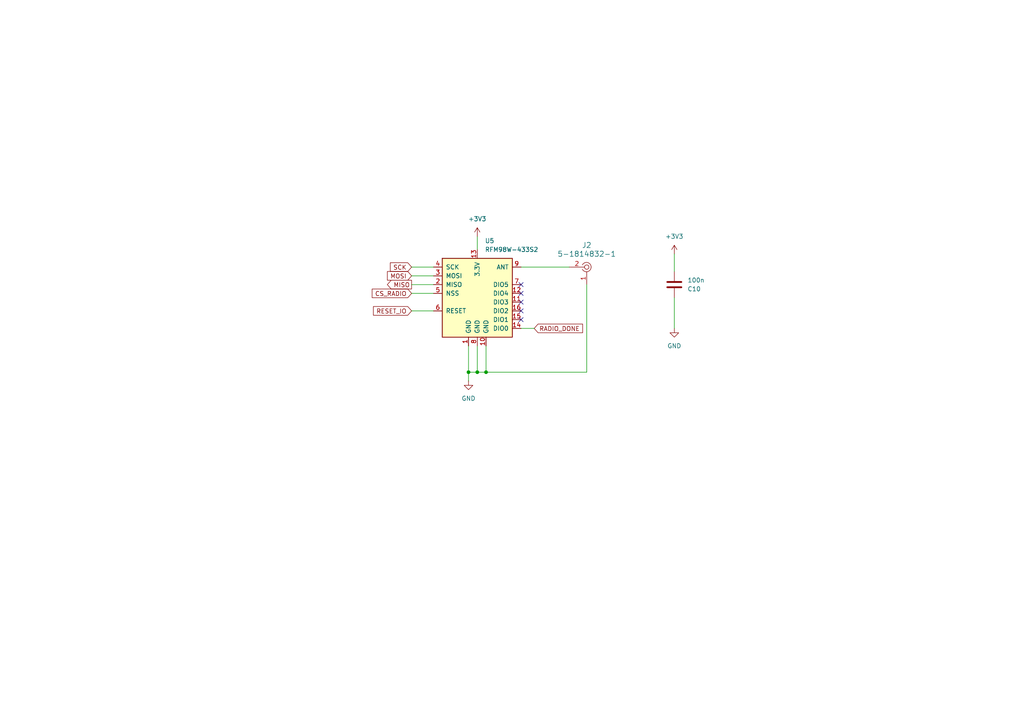
<source format=kicad_sch>
(kicad_sch (version 20231120) (generator "eeschema") (generator_version "8.0")
  (paper "A4")
  (title_block (title "Off-board Controller") (date "2024-07-20"))
  (lib_symbols
    (symbol "Device:C" (pin_numbers hide) (pin_names (offset 0.254))
      (property "Reference" "C" (at 0.635 2.54 0))
      (property "Value" "C" (at 0.635 -2.54 0))
      (symbol "C_0_1"
        (polyline (pts (xy -2.032 -0.762) (xy 2.032 -0.762)) (stroke (width 0.508)))
        (polyline (pts (xy -2.032 0.762) (xy 2.032 0.762)) (stroke (width 0.508)))
      )
      (symbol "C_1_1"
        (pin passive line (at 0 3.81 270) (length 2.794) (name "~") (number "1"))
        (pin passive line (at 0 -3.81 90) (length 2.794) (name "~") (number "2"))
      )
    )
    (symbol "RF_Module:RFM98W-433S2" (pin_names (offset 1.016))
      (property "Reference" "U" (at -10.414 11.684 0))
      (property "Value" "RFM98W-433S2" (at 1.524 11.43 0))
      (symbol "RFM98W-433S2_0_1"
        (rectangle (start -10.16 10.16) (end 10.16 -12.7) (stroke (width 0.254)) (fill (type background)))
      )
      (symbol "RFM98W-433S2_1_1"
        (pin power_in line (at -2.54 -15.24 90) (length 2.54) (name "GND") (number "1"))
        (pin power_in line (at 2.54 -15.24 90) (length 2.54) (name "GND") (number "10"))
        (pin bidirectional line (at 12.7 -2.54 180) (length 2.54) (name "DIO3") (number "11"))
        (pin bidirectional line (at 12.7 0 180) (length 2.54) (name "DIO4") (number "12"))
        (pin power_in line (at 0 12.7 270) (length 2.54) (name "3.3V") (number "13"))
        (pin bidirectional line (at 12.7 -10.16 180) (length 2.54) (name "DIO0") (number "14"))
        (pin bidirectional line (at 12.7 -7.62 180) (length 2.54) (name "DIO1") (number "15"))
        (pin bidirectional line (at 12.7 -5.08 180) (length 2.54) (name "DIO2") (number "16"))
        (pin output line (at -12.7 2.54 0) (length 2.54) (name "MISO") (number "2"))
        (pin input line (at -12.7 5.08 0) (length 2.54) (name "MOSI") (number "3"))
        (pin input line (at -12.7 7.62 0) (length 2.54) (name "SCK") (number "4"))
        (pin input line (at -12.7 0 0) (length 2.54) (name "NSS") (number "5"))
        (pin bidirectional line (at -12.7 -5.08 0) (length 2.54) (name "RESET") (number "6"))
        (pin bidirectional line (at 12.7 2.54 180) (length 2.54) (name "DIO5") (number "7"))
        (pin power_in line (at 0 -15.24 90) (length 2.54) (name "GND") (number "8"))
        (pin bidirectional line (at 12.7 7.62 180) (length 2.54) (name "ANT") (number "9"))
      )
    )
    (symbol "dk_Coaxial-Connectors-RF:5-1814832-1" (pin_names (offset 1.016))
      (property "Reference" "J" (at -2.54 1.27 0))
      (property "Value" "5-1814832-1" (at 1.27 -2.54 0))
      (symbol "5-1814832-1_0_1"
        (arc (start -1.27 0) (mid -0.2651 -1.3081) (end 1.27 -0.635))
        (circle (center 0 0) (radius 0.635))
        (arc (start 1.27 0.635) (mid -0.2496 1.3256) (end -1.27 0))
      )
      (symbol "5-1814832-1_1_1"
        (pin passive line (at 0 -5.08 90) (length 3.683) (name "~") (number "1"))
        (pin passive line (at 5.08 0 180) (length 4.445) (name "~") (number "2"))
      )
    )
    (symbol "power:+3V3" (power) (pin_numbers hide) (pin_names (offset 0) hide)
      (property "Value" "+3V3" (at 0 3.556 0))
      (symbol "+3V3_0_1"
        (polyline (pts (xy -0.762 1.27) (xy 0 2.54)))
        (polyline (pts (xy 0 0) (xy 0 2.54)))
        (polyline (pts (xy 0 2.54) (xy 0.762 1.27)))
      )
      (symbol "+3V3_1_1"
        (pin power_in line (at 0 0 90) (length 0) (name "~") (number "1"))
      )
    )
    (symbol "power:GND" (power) (pin_numbers hide) (pin_names (offset 0) hide)
      (property "Value" "GND" (at 0 -3.81 0))
      (symbol "GND_0_1"
        (polyline (pts (xy 0 0) (xy 0 -1.27) (xy 1.27 -1.27) (xy 0 -2.54) (xy -1.27 -1.27) (xy 0 -1.27)))
      )
      (symbol "GND_1_1"
        (pin power_in line (at 0 0 270) (length 0) (name "~") (number "1"))
      )
    )
  )
  (junction (at 135.89 107.95))
  (junction (at 140.97 107.95))
  (junction (at 138.43 107.95))
  (no_connect (at 151.13 92.71))
  (no_connect (at 151.13 85.09))
  (no_connect (at 151.13 87.63))
  (no_connect (at 151.13 82.55))
  (no_connect (at 151.13 90.17))
  (wire (pts (xy 119.38 80.01) (xy 125.73 80.01)))
  (wire (pts (xy 138.43 68.58) (xy 138.43 72.39)))
  (wire (pts (xy 170.18 82.55) (xy 170.18 107.95)))
  (wire (pts (xy 195.58 73.66) (xy 195.58 78.74)))
  (wire (pts (xy 195.58 95.25) (xy 195.58 86.36)))
  (wire (pts (xy 135.89 107.95) (xy 138.43 107.95)))
  (wire (pts (xy 140.97 100.33) (xy 140.97 107.95)))
  (wire (pts (xy 119.38 82.55) (xy 125.73 82.55)))
  (wire (pts (xy 135.89 100.33) (xy 135.89 107.95)))
  (wire (pts (xy 135.89 110.49) (xy 135.89 107.95)))
  (wire (pts (xy 170.18 107.95) (xy 140.97 107.95)))
  (wire (pts (xy 154.94 95.25) (xy 151.13 95.25)))
  (wire (pts (xy 140.97 107.95) (xy 138.43 107.95)))
  (wire (pts (xy 151.13 77.47) (xy 165.1 77.47)))
  (wire (pts (xy 119.38 85.09) (xy 125.73 85.09)))
  (wire (pts (xy 119.38 77.47) (xy 125.73 77.47)))
  (wire (pts (xy 138.43 107.95) (xy 138.43 100.33)))
  (wire (pts (xy 119.38 90.17) (xy 125.73 90.17)))
  (global_label "CS_RADIO" (shape input) (at 119.38 85.09 180) (property "Intersheetrefs" "${INTERSHEET_REFS}" (effects (hide yes))))
  (global_label "MISO" (shape output) (at 119.38 82.55 180) (property "Intersheetrefs" "${INTERSHEET_REFS}" (effects (hide yes))))
  (global_label "SCK" (shape input) (at 119.38 77.47 180) (property "Intersheetrefs" "${INTERSHEET_REFS}" (effects (hide yes))))
  (global_label "MOSI" (shape input) (at 119.38 80.01 180) (property "Intersheetrefs" "${INTERSHEET_REFS}" (effects (hide yes))))
  (global_label "RESET_IO" (shape input) (at 119.38 90.17 180) (property "Intersheetrefs" "${INTERSHEET_REFS}" (effects (hide yes))))
  (global_label "RADIO_DONE" (shape input) (at 154.94 95.25 0) (property "Intersheetrefs" "${INTERSHEET_REFS}" (effects (hide yes))))
  (symbol (lib_id "power:GND") (at 195.58 95.25 0) (unit 1)
    (property "Reference" "#PWR022" (effects (hide yes)))
    (property "Value" "GND" (at 195.58 100.33 0))
    (property "Description" "Power symbol creates a global label with name \"GND\" , ground" (effects (hide yes)))
  )
  (symbol (lib_id "power:+3V3") (at 138.43 68.58 0) (unit 1)
    (property "Reference" "#PWR08" (effects (hide yes)))
    (property "Value" "+3V3" (at 138.43 63.5 0))
    (property "Description" "Power symbol creates a global label with name \"+3V3\"" (effects (hide yes)))
  )
  (symbol (lib_id "RF_Module:RFM98W-433S2") (at 138.43 85.09 0) (unit 1)
    (property "Reference" "U5" (at 140.6241 69.85 0) (effects (justify left)))
    (property "Value" "RFM98W-433S2" (at 140.6241 72.39 0) (effects (justify left)))
    (property "Footprint" "RF_Module:HOPERF_RFM9XW_THT" (effects (hide yes)))
    (property "Datasheet" "https://www.hoperf.com/data/upload/portal/20181127/5bfcdb5e17543.pdf" (effects (hide yes)))
    (property "Description" "Low power long range transceiver module, SPI and parallel interface, 433 MHz, spreading factor 6 to12, bandwidth 7.8 to 500kHz, -111 to -148 dBm, SMD-16, DIP-16" (effects (hide yes)))
  )
  (symbol (lib_id "Device:C") (at 195.58 82.55 0) (mirror x) (unit 1)
    (property "Reference" "C10" (at 199.39 83.8201 0) (effects (justify left)))
    (property "Value" "100n" (at 199.39 81.2801 0) (effects (justify left)))
    (property "Footprint" "Capacitor_SMD:C_0805_2012Metric_Pad1.18x1.45mm_HandSolder" (effects (hide yes)))
    (property "Description" "Unpolarized capacitor" (effects (hide yes)))
  )
  (symbol (lib_id "power:GND") (at 135.89 110.49 0) (unit 1)
    (property "Reference" "#PWR07" (effects (hide yes)))
    (property "Value" "GND" (at 135.89 115.57 0))
    (property "Description" "Power symbol creates a global label with name \"GND\" , ground" (effects (hide yes)))
  )
  (symbol (lib_id "power:+3V3") (at 195.58 73.66 0) (unit 1)
    (property "Reference" "#PWR021" (effects (hide yes)))
    (property "Value" "+3V3" (at 195.58 68.58 0))
    (property "Description" "Power symbol creates a global label with name \"+3V3\"" (effects (hide yes)))
  )
  (symbol (lib_id "dk_Coaxial-Connectors-RF:5-1814832-1") (at 170.18 77.47 0) (mirror y) (unit 1)
    (property "Reference" "J2" (at 170.1801 71.12 0) (effects (font (size 1.524 1.524))))
    (property "Value" "5-1814832-1" (at 170.1801 73.66 0) (effects (font (size 1.524 1.524))))
    (property "Footprint" "digikey-footprints:RF_SMA_Vertical_5-1814832-1" (effects (hide yes)))
    (property "Datasheet" "https://www.te.com/commerce/DocumentDelivery/DDEController?Action=srchrtrv&DocNm=1814832&DocType=Customer+Drawing&DocLang=English" (effects (hide yes)))
    (property "Description" "CONN SMA JACK STR 50 OHM PCB" (effects (hide yes)))
    (property "Digi-Key_PN" "A97594-ND" (effects (hide yes)))
    (property "MPN" "5-1814832-1" (effects (hide yes)))
    (property "Category" "Connectors, Interconnects" (effects (hide yes)))
    (property "Family" "Coaxial Connectors (RF)" (effects (hide yes)))
    (property "DK_Datasheet_Link" "https://www.te.com/commerce/DocumentDelivery/DDEController?Action=srchrtrv&DocNm=1814832&DocType=Customer+Drawing&DocLang=English" (effects (hide yes)))
    (property "DK_Detail_Page" "/product-detail/en/te-connectivity-amp-connectors/5-1814832-1/A97594-ND/1755982" (effects (hide yes)))
    (property "Description_1" "CONN SMA JACK STR 50 OHM PCB" (effects (hide yes)))
    (property "Manufacturer" "TE Connectivity AMP Connectors" (effects (hide yes)))
    (property "Status" "Active" (effects (hide yes)))
  )
)
</source>
